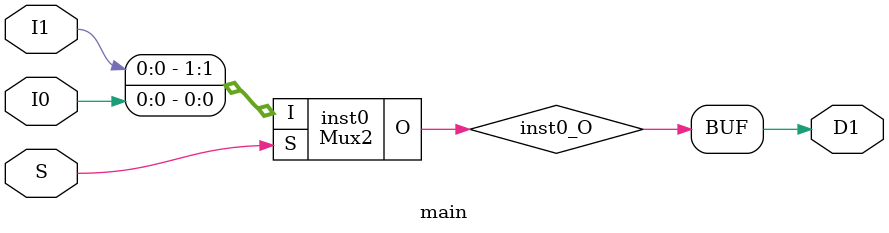
<source format=v>
module Mux2 (input [1:0] I, input  S, output  O);
wire  inst0_O;
SB_LUT4 #(.LUT_INIT(16'hCACA)) inst0 (.I0(I[0]), .I1(I[1]), .I2(S), .I3(1'b0), .O(inst0_O));
assign O = inst0_O;
endmodule

module main (input  I0, input  I1, input  S, output  D1);
wire  inst0_O;
Mux2 inst0 (.I({I1,I0}), .S(S), .O(inst0_O));
assign D1 = inst0_O;
endmodule


</source>
